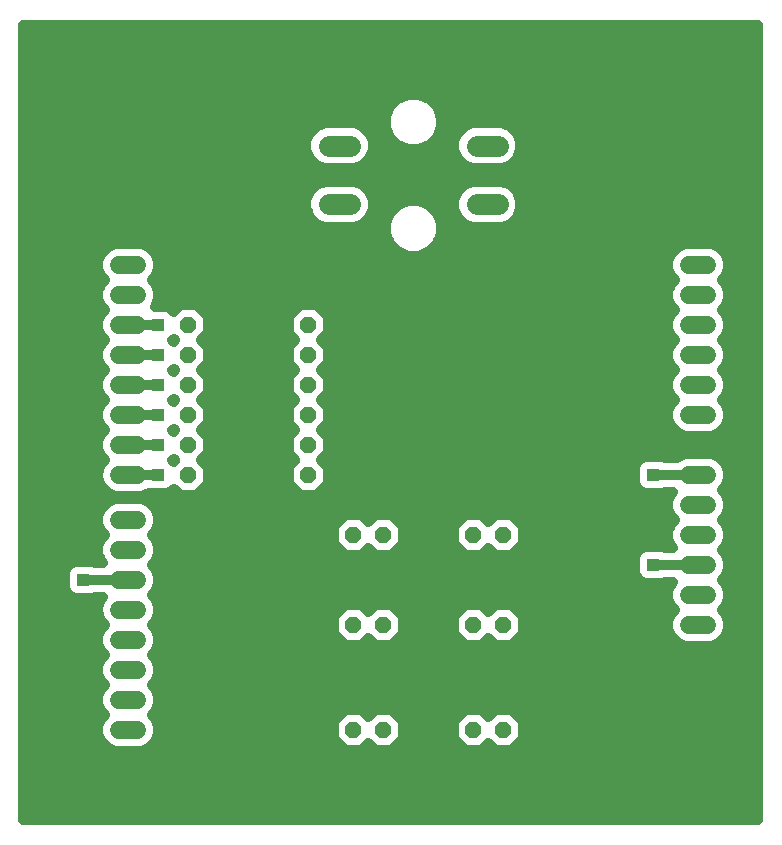
<source format=gtl>
G75*
%MOIN*%
%OFA0B0*%
%FSLAX25Y25*%
%IPPOS*%
%LPD*%
%AMOC8*
5,1,8,0,0,1.08239X$1,22.5*
%
%ADD10OC8,0.05200*%
%ADD11C,0.07050*%
%ADD12C,0.06000*%
%ADD13C,0.03200*%
%ADD14R,0.03962X0.03962*%
D10*
X0131000Y0116000D03*
X0141000Y0116000D03*
X0171000Y0116000D03*
X0181000Y0116000D03*
X0181000Y0151000D03*
X0171000Y0151000D03*
X0141000Y0151000D03*
X0131000Y0151000D03*
X0131000Y0181000D03*
X0141000Y0181000D03*
X0171000Y0181000D03*
X0181000Y0181000D03*
X0116000Y0201000D03*
X0116000Y0211000D03*
X0116000Y0221000D03*
X0116000Y0231000D03*
X0116000Y0241000D03*
X0116000Y0251000D03*
X0076000Y0251000D03*
X0076000Y0241000D03*
X0076000Y0231000D03*
X0076000Y0221000D03*
X0076000Y0211000D03*
X0076000Y0201000D03*
D11*
X0122875Y0291200D02*
X0129925Y0291200D01*
X0129925Y0310800D02*
X0122875Y0310800D01*
X0172075Y0310800D02*
X0179125Y0310800D01*
X0179125Y0291200D02*
X0172075Y0291200D01*
D12*
X0243000Y0271000D02*
X0249000Y0271000D01*
X0249000Y0261000D02*
X0243000Y0261000D01*
X0243000Y0251000D02*
X0249000Y0251000D01*
X0249000Y0241000D02*
X0243000Y0241000D01*
X0243000Y0231000D02*
X0249000Y0231000D01*
X0249000Y0221000D02*
X0243000Y0221000D01*
X0243000Y0201000D02*
X0249000Y0201000D01*
X0249000Y0191000D02*
X0243000Y0191000D01*
X0243000Y0181000D02*
X0249000Y0181000D01*
X0249000Y0171000D02*
X0243000Y0171000D01*
X0243000Y0161000D02*
X0249000Y0161000D01*
X0249000Y0151000D02*
X0243000Y0151000D01*
X0059000Y0146000D02*
X0053000Y0146000D01*
X0053000Y0136000D02*
X0059000Y0136000D01*
X0059000Y0126000D02*
X0053000Y0126000D01*
X0053000Y0116000D02*
X0059000Y0116000D01*
X0059000Y0156000D02*
X0053000Y0156000D01*
X0053000Y0166000D02*
X0059000Y0166000D01*
X0059000Y0176000D02*
X0053000Y0176000D01*
X0053000Y0186000D02*
X0059000Y0186000D01*
X0059000Y0201000D02*
X0053000Y0201000D01*
X0053000Y0211000D02*
X0059000Y0211000D01*
X0059000Y0221000D02*
X0053000Y0221000D01*
X0053000Y0231000D02*
X0059000Y0231000D01*
X0059000Y0241000D02*
X0053000Y0241000D01*
X0053000Y0251000D02*
X0059000Y0251000D01*
X0059000Y0261000D02*
X0053000Y0261000D01*
X0053000Y0271000D02*
X0059000Y0271000D01*
D13*
X0021000Y0086000D02*
X0266000Y0086000D01*
X0266000Y0351000D01*
X0021000Y0351000D01*
X0021000Y0086000D01*
X0021000Y0087360D02*
X0266000Y0087360D01*
X0266000Y0090558D02*
X0021000Y0090558D01*
X0021000Y0093757D02*
X0266000Y0093757D01*
X0266000Y0096955D02*
X0021000Y0096955D01*
X0021000Y0100154D02*
X0266000Y0100154D01*
X0266000Y0103352D02*
X0021000Y0103352D01*
X0021000Y0106551D02*
X0266000Y0106551D01*
X0266000Y0109749D02*
X0184083Y0109749D01*
X0183734Y0109400D02*
X0187600Y0113266D01*
X0187600Y0118734D01*
X0183734Y0122600D01*
X0178266Y0122600D01*
X0176000Y0120334D01*
X0173734Y0122600D01*
X0168266Y0122600D01*
X0164400Y0118734D01*
X0164400Y0113266D01*
X0168266Y0109400D01*
X0173734Y0109400D01*
X0176000Y0111666D01*
X0178266Y0109400D01*
X0183734Y0109400D01*
X0187282Y0112948D02*
X0266000Y0112948D01*
X0266000Y0116146D02*
X0187600Y0116146D01*
X0186989Y0119345D02*
X0266000Y0119345D01*
X0266000Y0122543D02*
X0183790Y0122543D01*
X0178210Y0122543D02*
X0173790Y0122543D01*
X0168210Y0122543D02*
X0143790Y0122543D01*
X0143734Y0122600D02*
X0138266Y0122600D01*
X0136000Y0120334D01*
X0133734Y0122600D01*
X0128266Y0122600D01*
X0124400Y0118734D01*
X0124400Y0113266D01*
X0128266Y0109400D01*
X0133734Y0109400D01*
X0136000Y0111666D01*
X0138266Y0109400D01*
X0143734Y0109400D01*
X0147600Y0113266D01*
X0147600Y0118734D01*
X0143734Y0122600D01*
X0146989Y0119345D02*
X0165011Y0119345D01*
X0164400Y0116146D02*
X0147600Y0116146D01*
X0147282Y0112948D02*
X0164718Y0112948D01*
X0167917Y0109749D02*
X0144083Y0109749D01*
X0137917Y0109749D02*
X0134083Y0109749D01*
X0127917Y0109749D02*
X0062202Y0109749D01*
X0062965Y0110066D02*
X0064934Y0112035D01*
X0066000Y0114608D01*
X0066000Y0117392D01*
X0064934Y0119965D01*
X0063899Y0121000D01*
X0064934Y0122035D01*
X0066000Y0124608D01*
X0066000Y0127392D01*
X0064934Y0129965D01*
X0063899Y0131000D01*
X0064934Y0132035D01*
X0066000Y0134608D01*
X0066000Y0137392D01*
X0064934Y0139965D01*
X0063899Y0141000D01*
X0064934Y0142035D01*
X0066000Y0144608D01*
X0066000Y0147392D01*
X0064934Y0149965D01*
X0063899Y0151000D01*
X0064934Y0152035D01*
X0066000Y0154608D01*
X0066000Y0157392D01*
X0064934Y0159965D01*
X0063899Y0161000D01*
X0064934Y0162035D01*
X0066000Y0164608D01*
X0066000Y0167392D01*
X0064934Y0169965D01*
X0063899Y0171000D01*
X0064934Y0172035D01*
X0066000Y0174608D01*
X0066000Y0177392D01*
X0064934Y0179965D01*
X0063899Y0181000D01*
X0064934Y0182035D01*
X0066000Y0184608D01*
X0066000Y0187392D01*
X0064934Y0189965D01*
X0062965Y0191934D01*
X0060392Y0193000D01*
X0051608Y0193000D01*
X0049035Y0191934D01*
X0047066Y0189965D01*
X0046000Y0187392D01*
X0046000Y0184608D01*
X0047066Y0182035D01*
X0048101Y0181000D01*
X0047066Y0179965D01*
X0046000Y0177392D01*
X0046000Y0174608D01*
X0047066Y0172035D01*
X0047501Y0171600D01*
X0044697Y0171600D01*
X0043777Y0171981D01*
X0038223Y0171981D01*
X0036753Y0171372D01*
X0035628Y0170247D01*
X0035019Y0168777D01*
X0035019Y0163223D01*
X0035628Y0161753D01*
X0036753Y0160628D01*
X0038223Y0160019D01*
X0043777Y0160019D01*
X0044697Y0160400D01*
X0047501Y0160400D01*
X0047066Y0159965D01*
X0046000Y0157392D01*
X0046000Y0154608D01*
X0047066Y0152035D01*
X0048101Y0151000D01*
X0047066Y0149965D01*
X0046000Y0147392D01*
X0046000Y0144608D01*
X0047066Y0142035D01*
X0048101Y0141000D01*
X0047066Y0139965D01*
X0046000Y0137392D01*
X0046000Y0134608D01*
X0047066Y0132035D01*
X0048101Y0131000D01*
X0047066Y0129965D01*
X0046000Y0127392D01*
X0046000Y0124608D01*
X0047066Y0122035D01*
X0048101Y0121000D01*
X0047066Y0119965D01*
X0046000Y0117392D01*
X0046000Y0114608D01*
X0047066Y0112035D01*
X0049035Y0110066D01*
X0051608Y0109000D01*
X0060392Y0109000D01*
X0062965Y0110066D01*
X0065312Y0112948D02*
X0124718Y0112948D01*
X0124400Y0116146D02*
X0066000Y0116146D01*
X0065191Y0119345D02*
X0125011Y0119345D01*
X0128210Y0122543D02*
X0065145Y0122543D01*
X0066000Y0125742D02*
X0266000Y0125742D01*
X0266000Y0128940D02*
X0065359Y0128940D01*
X0064977Y0132139D02*
X0266000Y0132139D01*
X0266000Y0135337D02*
X0066000Y0135337D01*
X0065526Y0138536D02*
X0266000Y0138536D01*
X0266000Y0141734D02*
X0064634Y0141734D01*
X0066000Y0144933D02*
X0127733Y0144933D01*
X0128266Y0144400D02*
X0133734Y0144400D01*
X0136000Y0146666D01*
X0138266Y0144400D01*
X0143734Y0144400D01*
X0147600Y0148266D01*
X0147600Y0153734D01*
X0143734Y0157600D01*
X0138266Y0157600D01*
X0136000Y0155334D01*
X0133734Y0157600D01*
X0128266Y0157600D01*
X0124400Y0153734D01*
X0124400Y0148266D01*
X0128266Y0144400D01*
X0124535Y0148132D02*
X0065694Y0148132D01*
X0064230Y0151330D02*
X0124400Y0151330D01*
X0125195Y0154529D02*
X0065967Y0154529D01*
X0065861Y0157727D02*
X0236779Y0157727D01*
X0237066Y0157035D02*
X0238101Y0156000D01*
X0237066Y0154965D01*
X0236000Y0152392D01*
X0236000Y0149608D01*
X0237066Y0147035D01*
X0239035Y0145066D01*
X0241608Y0144000D01*
X0250392Y0144000D01*
X0252965Y0145066D01*
X0254934Y0147035D01*
X0256000Y0149608D01*
X0256000Y0152392D01*
X0254934Y0154965D01*
X0253899Y0156000D01*
X0254934Y0157035D01*
X0256000Y0159608D01*
X0256000Y0162392D01*
X0254934Y0164965D01*
X0253899Y0166000D01*
X0254934Y0167035D01*
X0256000Y0169608D01*
X0256000Y0172392D01*
X0254934Y0174965D01*
X0253899Y0176000D01*
X0254934Y0177035D01*
X0256000Y0179608D01*
X0256000Y0182392D01*
X0254934Y0184965D01*
X0253899Y0186000D01*
X0254934Y0187035D01*
X0256000Y0189608D01*
X0256000Y0192392D01*
X0254934Y0194965D01*
X0253899Y0196000D01*
X0254934Y0197035D01*
X0256000Y0199608D01*
X0256000Y0202392D01*
X0254934Y0204965D01*
X0252965Y0206934D01*
X0250392Y0208000D01*
X0241608Y0208000D01*
X0239035Y0206934D01*
X0238701Y0206600D01*
X0234697Y0206600D01*
X0233777Y0206981D01*
X0228223Y0206981D01*
X0226753Y0206372D01*
X0225628Y0205247D01*
X0225019Y0203777D01*
X0225019Y0198223D01*
X0225628Y0196753D01*
X0226753Y0195628D01*
X0228223Y0195019D01*
X0233777Y0195019D01*
X0234697Y0195400D01*
X0237501Y0195400D01*
X0237066Y0194965D01*
X0236000Y0192392D01*
X0236000Y0189608D01*
X0237066Y0187035D01*
X0238101Y0186000D01*
X0237066Y0184965D01*
X0236000Y0182392D01*
X0236000Y0179608D01*
X0237066Y0177035D01*
X0237501Y0176600D01*
X0234697Y0176600D01*
X0233777Y0176981D01*
X0228223Y0176981D01*
X0226753Y0176372D01*
X0225628Y0175247D01*
X0225019Y0173777D01*
X0225019Y0168223D01*
X0225628Y0166753D01*
X0226753Y0165628D01*
X0228223Y0165019D01*
X0233777Y0165019D01*
X0234697Y0165400D01*
X0237501Y0165400D01*
X0237066Y0164965D01*
X0236000Y0162392D01*
X0236000Y0159608D01*
X0237066Y0157035D01*
X0236885Y0154529D02*
X0186805Y0154529D01*
X0187600Y0153734D02*
X0183734Y0157600D01*
X0178266Y0157600D01*
X0176000Y0155334D01*
X0173734Y0157600D01*
X0168266Y0157600D01*
X0164400Y0153734D01*
X0164400Y0148266D01*
X0168266Y0144400D01*
X0173734Y0144400D01*
X0176000Y0146666D01*
X0178266Y0144400D01*
X0183734Y0144400D01*
X0187600Y0148266D01*
X0187600Y0153734D01*
X0187600Y0151330D02*
X0236000Y0151330D01*
X0236611Y0148132D02*
X0187465Y0148132D01*
X0184267Y0144933D02*
X0239355Y0144933D01*
X0252645Y0144933D02*
X0266000Y0144933D01*
X0266000Y0148132D02*
X0255389Y0148132D01*
X0256000Y0151330D02*
X0266000Y0151330D01*
X0266000Y0154529D02*
X0255115Y0154529D01*
X0255221Y0157727D02*
X0266000Y0157727D01*
X0266000Y0160926D02*
X0256000Y0160926D01*
X0255283Y0164124D02*
X0266000Y0164124D01*
X0266000Y0167323D02*
X0255053Y0167323D01*
X0256000Y0170521D02*
X0266000Y0170521D01*
X0266000Y0173720D02*
X0255450Y0173720D01*
X0254818Y0176918D02*
X0266000Y0176918D01*
X0266000Y0180117D02*
X0256000Y0180117D01*
X0255618Y0183315D02*
X0266000Y0183315D01*
X0266000Y0186514D02*
X0254413Y0186514D01*
X0256000Y0189712D02*
X0266000Y0189712D01*
X0266000Y0192911D02*
X0255785Y0192911D01*
X0254009Y0196109D02*
X0266000Y0196109D01*
X0266000Y0199308D02*
X0255876Y0199308D01*
X0255953Y0202506D02*
X0266000Y0202506D01*
X0266000Y0205705D02*
X0254195Y0205705D01*
X0266000Y0208903D02*
X0122600Y0208903D01*
X0122600Y0208266D02*
X0122600Y0213734D01*
X0120334Y0216000D01*
X0122600Y0218266D01*
X0122600Y0223734D01*
X0120334Y0226000D01*
X0122600Y0228266D01*
X0122600Y0233734D01*
X0120334Y0236000D01*
X0122600Y0238266D01*
X0122600Y0243734D01*
X0120334Y0246000D01*
X0122600Y0248266D01*
X0122600Y0253734D01*
X0118734Y0257600D01*
X0113266Y0257600D01*
X0109400Y0253734D01*
X0109400Y0248266D01*
X0111666Y0246000D01*
X0109400Y0243734D01*
X0109400Y0238266D01*
X0111666Y0236000D01*
X0109400Y0233734D01*
X0109400Y0228266D01*
X0111666Y0226000D01*
X0109400Y0223734D01*
X0109400Y0218266D01*
X0111666Y0216000D01*
X0109400Y0213734D01*
X0109400Y0208266D01*
X0111666Y0206000D01*
X0109400Y0203734D01*
X0109400Y0198266D01*
X0113266Y0194400D01*
X0118734Y0194400D01*
X0122600Y0198266D01*
X0122600Y0203734D01*
X0120334Y0206000D01*
X0122600Y0208266D01*
X0120629Y0205705D02*
X0226086Y0205705D01*
X0225019Y0202506D02*
X0122600Y0202506D01*
X0122600Y0199308D02*
X0225019Y0199308D01*
X0226272Y0196109D02*
X0120443Y0196109D01*
X0111557Y0196109D02*
X0080443Y0196109D01*
X0078734Y0194400D02*
X0082600Y0198266D01*
X0082600Y0203734D01*
X0080334Y0206000D01*
X0082600Y0208266D01*
X0082600Y0213734D01*
X0080334Y0216000D01*
X0082600Y0218266D01*
X0082600Y0223734D01*
X0080334Y0226000D01*
X0082600Y0228266D01*
X0082600Y0233734D01*
X0080334Y0236000D01*
X0082600Y0238266D01*
X0082600Y0243734D01*
X0080334Y0246000D01*
X0082600Y0248266D01*
X0082600Y0253734D01*
X0078734Y0257600D01*
X0073266Y0257600D01*
X0071143Y0255476D01*
X0070247Y0256372D01*
X0068777Y0256981D01*
X0064881Y0256981D01*
X0064934Y0257035D01*
X0066000Y0259608D01*
X0066000Y0262392D01*
X0064934Y0264965D01*
X0063899Y0266000D01*
X0064934Y0267035D01*
X0066000Y0269608D01*
X0066000Y0272392D01*
X0064934Y0274965D01*
X0062965Y0276934D01*
X0060392Y0278000D01*
X0051608Y0278000D01*
X0049035Y0276934D01*
X0047066Y0274965D01*
X0046000Y0272392D01*
X0046000Y0269608D01*
X0047066Y0267035D01*
X0048101Y0266000D01*
X0047066Y0264965D01*
X0046000Y0262392D01*
X0046000Y0259608D01*
X0047066Y0257035D01*
X0048101Y0256000D01*
X0047066Y0254965D01*
X0046000Y0252392D01*
X0046000Y0249608D01*
X0047066Y0247035D01*
X0048101Y0246000D01*
X0047066Y0244965D01*
X0046000Y0242392D01*
X0046000Y0239608D01*
X0047066Y0237035D01*
X0048101Y0236000D01*
X0047066Y0234965D01*
X0046000Y0232392D01*
X0046000Y0229608D01*
X0047066Y0227035D01*
X0048101Y0226000D01*
X0047066Y0224965D01*
X0046000Y0222392D01*
X0046000Y0219608D01*
X0047066Y0217035D01*
X0048101Y0216000D01*
X0047066Y0214965D01*
X0046000Y0212392D01*
X0046000Y0209608D01*
X0047066Y0207035D01*
X0048101Y0206000D01*
X0047066Y0204965D01*
X0046000Y0202392D01*
X0046000Y0199608D01*
X0047066Y0197035D01*
X0049035Y0195066D01*
X0051608Y0194000D01*
X0060392Y0194000D01*
X0062965Y0195066D01*
X0063008Y0195108D01*
X0063223Y0195019D01*
X0068777Y0195019D01*
X0070247Y0195628D01*
X0071143Y0196524D01*
X0073266Y0194400D01*
X0078734Y0194400D01*
X0082600Y0199308D02*
X0109400Y0199308D01*
X0109400Y0202506D02*
X0082600Y0202506D01*
X0080629Y0205705D02*
X0111371Y0205705D01*
X0109400Y0208903D02*
X0082600Y0208903D01*
X0082600Y0212102D02*
X0109400Y0212102D01*
X0110966Y0215300D02*
X0081034Y0215300D01*
X0082600Y0218499D02*
X0109400Y0218499D01*
X0109400Y0221697D02*
X0082600Y0221697D01*
X0081438Y0224896D02*
X0110562Y0224896D01*
X0109572Y0228094D02*
X0082428Y0228094D01*
X0082600Y0231293D02*
X0109400Y0231293D01*
X0110158Y0234491D02*
X0081842Y0234491D01*
X0082024Y0237690D02*
X0109976Y0237690D01*
X0109400Y0240888D02*
X0082600Y0240888D01*
X0082247Y0244087D02*
X0109753Y0244087D01*
X0110381Y0247285D02*
X0081619Y0247285D01*
X0082600Y0250484D02*
X0109400Y0250484D01*
X0109400Y0253682D02*
X0082600Y0253682D01*
X0079453Y0256881D02*
X0112547Y0256881D01*
X0119453Y0256881D02*
X0237220Y0256881D01*
X0237066Y0257035D02*
X0238101Y0256000D01*
X0237066Y0254965D01*
X0236000Y0252392D01*
X0236000Y0249608D01*
X0237066Y0247035D01*
X0238101Y0246000D01*
X0237066Y0244965D01*
X0236000Y0242392D01*
X0236000Y0239608D01*
X0237066Y0237035D01*
X0238101Y0236000D01*
X0237066Y0234965D01*
X0236000Y0232392D01*
X0236000Y0229608D01*
X0237066Y0227035D01*
X0238101Y0226000D01*
X0237066Y0224965D01*
X0236000Y0222392D01*
X0236000Y0219608D01*
X0237066Y0217035D01*
X0239035Y0215066D01*
X0241608Y0214000D01*
X0250392Y0214000D01*
X0252965Y0215066D01*
X0254934Y0217035D01*
X0256000Y0219608D01*
X0256000Y0222392D01*
X0254934Y0224965D01*
X0253899Y0226000D01*
X0254934Y0227035D01*
X0256000Y0229608D01*
X0256000Y0232392D01*
X0254934Y0234965D01*
X0253899Y0236000D01*
X0254934Y0237035D01*
X0256000Y0239608D01*
X0256000Y0242392D01*
X0254934Y0244965D01*
X0253899Y0246000D01*
X0254934Y0247035D01*
X0256000Y0249608D01*
X0256000Y0252392D01*
X0254934Y0254965D01*
X0253899Y0256000D01*
X0254934Y0257035D01*
X0256000Y0259608D01*
X0256000Y0262392D01*
X0254934Y0264965D01*
X0253899Y0266000D01*
X0254934Y0267035D01*
X0256000Y0269608D01*
X0256000Y0272392D01*
X0254934Y0274965D01*
X0252965Y0276934D01*
X0250392Y0278000D01*
X0241608Y0278000D01*
X0239035Y0276934D01*
X0237066Y0274965D01*
X0236000Y0272392D01*
X0236000Y0269608D01*
X0237066Y0267035D01*
X0238101Y0266000D01*
X0237066Y0264965D01*
X0236000Y0262392D01*
X0236000Y0259608D01*
X0237066Y0257035D01*
X0236000Y0260079D02*
X0066000Y0260079D01*
X0065633Y0263278D02*
X0236367Y0263278D01*
X0237624Y0266476D02*
X0064376Y0266476D01*
X0066000Y0269675D02*
X0236000Y0269675D01*
X0236199Y0272873D02*
X0065801Y0272873D01*
X0063827Y0276072D02*
X0145288Y0276072D01*
X0145817Y0275543D02*
X0143243Y0278117D01*
X0141850Y0281480D01*
X0141850Y0285120D01*
X0143243Y0288483D01*
X0145817Y0291057D01*
X0149180Y0292450D01*
X0152820Y0292450D01*
X0156183Y0291057D01*
X0158757Y0288483D01*
X0160150Y0285120D01*
X0160150Y0281480D01*
X0158757Y0278117D01*
X0156183Y0275543D01*
X0152820Y0274150D01*
X0149180Y0274150D01*
X0145817Y0275543D01*
X0142765Y0279270D02*
X0021000Y0279270D01*
X0021000Y0276072D02*
X0048172Y0276072D01*
X0046199Y0272873D02*
X0021000Y0272873D01*
X0021000Y0269675D02*
X0046000Y0269675D01*
X0047624Y0266476D02*
X0021000Y0266476D01*
X0021000Y0263278D02*
X0046367Y0263278D01*
X0046000Y0260079D02*
X0021000Y0260079D01*
X0021000Y0256881D02*
X0047220Y0256881D01*
X0046534Y0253682D02*
X0021000Y0253682D01*
X0021000Y0250484D02*
X0046000Y0250484D01*
X0046962Y0247285D02*
X0021000Y0247285D01*
X0021000Y0244087D02*
X0046702Y0244087D01*
X0046000Y0240888D02*
X0021000Y0240888D01*
X0021000Y0237690D02*
X0046794Y0237690D01*
X0046869Y0234491D02*
X0021000Y0234491D01*
X0021000Y0231293D02*
X0046000Y0231293D01*
X0046627Y0228094D02*
X0021000Y0228094D01*
X0021000Y0224896D02*
X0047037Y0224896D01*
X0046000Y0221697D02*
X0021000Y0221697D01*
X0021000Y0218499D02*
X0046459Y0218499D01*
X0047401Y0215300D02*
X0021000Y0215300D01*
X0021000Y0212102D02*
X0046000Y0212102D01*
X0046292Y0208903D02*
X0021000Y0208903D01*
X0021000Y0205705D02*
X0047805Y0205705D01*
X0046047Y0202506D02*
X0021000Y0202506D01*
X0021000Y0199308D02*
X0046124Y0199308D01*
X0047991Y0196109D02*
X0021000Y0196109D01*
X0021000Y0192911D02*
X0051392Y0192911D01*
X0046961Y0189712D02*
X0021000Y0189712D01*
X0021000Y0186514D02*
X0046000Y0186514D01*
X0046535Y0183315D02*
X0021000Y0183315D01*
X0021000Y0180117D02*
X0047217Y0180117D01*
X0046000Y0176918D02*
X0021000Y0176918D01*
X0021000Y0173720D02*
X0046368Y0173720D01*
X0041000Y0166000D02*
X0055000Y0166000D01*
X0063974Y0160926D02*
X0236000Y0160926D01*
X0236717Y0164124D02*
X0065800Y0164124D01*
X0066000Y0167323D02*
X0225392Y0167323D01*
X0225019Y0170521D02*
X0064378Y0170521D01*
X0065632Y0173720D02*
X0225019Y0173720D01*
X0228071Y0176918D02*
X0186252Y0176918D01*
X0187600Y0178266D02*
X0183734Y0174400D01*
X0178266Y0174400D01*
X0176000Y0176666D01*
X0173734Y0174400D01*
X0168266Y0174400D01*
X0164400Y0178266D01*
X0164400Y0183734D01*
X0168266Y0187600D01*
X0173734Y0187600D01*
X0176000Y0185334D01*
X0178266Y0187600D01*
X0183734Y0187600D01*
X0187600Y0183734D01*
X0187600Y0178266D01*
X0187600Y0180117D02*
X0236000Y0180117D01*
X0236382Y0183315D02*
X0187600Y0183315D01*
X0184820Y0186514D02*
X0237587Y0186514D01*
X0236000Y0189712D02*
X0065039Y0189712D01*
X0066000Y0186514D02*
X0127180Y0186514D01*
X0128266Y0187600D02*
X0124400Y0183734D01*
X0124400Y0178266D01*
X0128266Y0174400D01*
X0133734Y0174400D01*
X0136000Y0176666D01*
X0138266Y0174400D01*
X0143734Y0174400D01*
X0147600Y0178266D01*
X0147600Y0183734D01*
X0143734Y0187600D01*
X0138266Y0187600D01*
X0136000Y0185334D01*
X0133734Y0187600D01*
X0128266Y0187600D01*
X0124400Y0183315D02*
X0065465Y0183315D01*
X0064783Y0180117D02*
X0124400Y0180117D01*
X0125748Y0176918D02*
X0066000Y0176918D01*
X0060608Y0192911D02*
X0236215Y0192911D01*
X0236000Y0201000D02*
X0231000Y0201000D01*
X0236000Y0201000D02*
X0241000Y0201000D01*
X0238800Y0215300D02*
X0121034Y0215300D01*
X0122600Y0212102D02*
X0266000Y0212102D01*
X0266000Y0215300D02*
X0253200Y0215300D01*
X0255541Y0218499D02*
X0266000Y0218499D01*
X0266000Y0221697D02*
X0256000Y0221697D01*
X0254963Y0224896D02*
X0266000Y0224896D01*
X0266000Y0228094D02*
X0255373Y0228094D01*
X0256000Y0231293D02*
X0266000Y0231293D01*
X0266000Y0234491D02*
X0255131Y0234491D01*
X0255206Y0237690D02*
X0266000Y0237690D01*
X0266000Y0240888D02*
X0256000Y0240888D01*
X0255298Y0244087D02*
X0266000Y0244087D01*
X0266000Y0247285D02*
X0255038Y0247285D01*
X0256000Y0250484D02*
X0266000Y0250484D01*
X0266000Y0253682D02*
X0255466Y0253682D01*
X0254780Y0256881D02*
X0266000Y0256881D01*
X0266000Y0260079D02*
X0256000Y0260079D01*
X0255633Y0263278D02*
X0266000Y0263278D01*
X0266000Y0266476D02*
X0254376Y0266476D01*
X0256000Y0269675D02*
X0266000Y0269675D01*
X0266000Y0272873D02*
X0255801Y0272873D01*
X0253827Y0276072D02*
X0266000Y0276072D01*
X0266000Y0279270D02*
X0159235Y0279270D01*
X0160150Y0282469D02*
X0266000Y0282469D01*
X0266000Y0285668D02*
X0184234Y0285668D01*
X0183388Y0284821D02*
X0185504Y0286937D01*
X0186650Y0289703D01*
X0186650Y0292697D01*
X0185504Y0295463D01*
X0183388Y0297579D01*
X0180622Y0298725D01*
X0170578Y0298725D01*
X0167812Y0297579D01*
X0165696Y0295463D01*
X0164550Y0292697D01*
X0164550Y0289703D01*
X0165696Y0286937D01*
X0167812Y0284821D01*
X0170578Y0283675D01*
X0180622Y0283675D01*
X0183388Y0284821D01*
X0186303Y0288866D02*
X0266000Y0288866D01*
X0266000Y0292065D02*
X0186650Y0292065D01*
X0185587Y0295263D02*
X0266000Y0295263D01*
X0266000Y0298462D02*
X0181258Y0298462D01*
X0180622Y0303275D02*
X0183388Y0304421D01*
X0185504Y0306537D01*
X0186650Y0309303D01*
X0186650Y0312297D01*
X0185504Y0315063D01*
X0183388Y0317179D01*
X0180622Y0318325D01*
X0170578Y0318325D01*
X0167812Y0317179D01*
X0165696Y0315063D01*
X0164550Y0312297D01*
X0164550Y0309303D01*
X0165696Y0306537D01*
X0167812Y0304421D01*
X0170578Y0303275D01*
X0180622Y0303275D01*
X0183826Y0304859D02*
X0266000Y0304859D01*
X0266000Y0308057D02*
X0186134Y0308057D01*
X0186650Y0311256D02*
X0266000Y0311256D01*
X0266000Y0314454D02*
X0185756Y0314454D01*
X0182245Y0317653D02*
X0266000Y0317653D01*
X0266000Y0320851D02*
X0160013Y0320851D01*
X0160150Y0320520D02*
X0158757Y0323883D01*
X0156183Y0326457D01*
X0152820Y0327850D01*
X0149180Y0327850D01*
X0145817Y0326457D01*
X0143243Y0323883D01*
X0141850Y0320520D01*
X0141850Y0316880D01*
X0143243Y0313517D01*
X0145817Y0310943D01*
X0149180Y0309550D01*
X0152820Y0309550D01*
X0156183Y0310943D01*
X0158757Y0313517D01*
X0160150Y0316880D01*
X0160150Y0320520D01*
X0160150Y0317653D02*
X0168955Y0317653D01*
X0165444Y0314454D02*
X0159145Y0314454D01*
X0156496Y0311256D02*
X0164550Y0311256D01*
X0165066Y0308057D02*
X0136934Y0308057D01*
X0137450Y0309303D02*
X0136304Y0306537D01*
X0134188Y0304421D01*
X0131422Y0303275D01*
X0121378Y0303275D01*
X0118612Y0304421D01*
X0116496Y0306537D01*
X0115350Y0309303D01*
X0115350Y0312297D01*
X0116496Y0315063D01*
X0118612Y0317179D01*
X0121378Y0318325D01*
X0131422Y0318325D01*
X0134188Y0317179D01*
X0136304Y0315063D01*
X0137450Y0312297D01*
X0137450Y0309303D01*
X0137450Y0311256D02*
X0145504Y0311256D01*
X0142855Y0314454D02*
X0136556Y0314454D01*
X0133045Y0317653D02*
X0141850Y0317653D01*
X0141987Y0320851D02*
X0021000Y0320851D01*
X0021000Y0317653D02*
X0119755Y0317653D01*
X0116244Y0314454D02*
X0021000Y0314454D01*
X0021000Y0311256D02*
X0115350Y0311256D01*
X0115866Y0308057D02*
X0021000Y0308057D01*
X0021000Y0304859D02*
X0118174Y0304859D01*
X0120742Y0298462D02*
X0021000Y0298462D01*
X0021000Y0301660D02*
X0266000Y0301660D01*
X0266000Y0324050D02*
X0158590Y0324050D01*
X0154273Y0327248D02*
X0266000Y0327248D01*
X0266000Y0330447D02*
X0021000Y0330447D01*
X0021000Y0333645D02*
X0266000Y0333645D01*
X0266000Y0336844D02*
X0021000Y0336844D01*
X0021000Y0340042D02*
X0266000Y0340042D01*
X0266000Y0343241D02*
X0021000Y0343241D01*
X0021000Y0346439D02*
X0266000Y0346439D01*
X0266000Y0349638D02*
X0021000Y0349638D01*
X0021000Y0327248D02*
X0147727Y0327248D01*
X0143410Y0324050D02*
X0021000Y0324050D01*
X0021000Y0295263D02*
X0116413Y0295263D01*
X0116496Y0295463D02*
X0115350Y0292697D01*
X0115350Y0289703D01*
X0116496Y0286937D01*
X0118612Y0284821D01*
X0121378Y0283675D01*
X0131422Y0283675D01*
X0134188Y0284821D01*
X0136304Y0286937D01*
X0137450Y0289703D01*
X0137450Y0292697D01*
X0136304Y0295463D01*
X0134188Y0297579D01*
X0131422Y0298725D01*
X0121378Y0298725D01*
X0118612Y0297579D01*
X0116496Y0295463D01*
X0115350Y0292065D02*
X0021000Y0292065D01*
X0021000Y0288866D02*
X0115697Y0288866D01*
X0117766Y0285668D02*
X0021000Y0285668D01*
X0021000Y0282469D02*
X0141850Y0282469D01*
X0142077Y0285668D02*
X0135034Y0285668D01*
X0137103Y0288866D02*
X0143626Y0288866D01*
X0148249Y0292065D02*
X0137450Y0292065D01*
X0136387Y0295263D02*
X0165613Y0295263D01*
X0164550Y0292065D02*
X0153751Y0292065D01*
X0158374Y0288866D02*
X0164897Y0288866D01*
X0166966Y0285668D02*
X0159923Y0285668D01*
X0156712Y0276072D02*
X0238172Y0276072D01*
X0236534Y0253682D02*
X0122600Y0253682D01*
X0122600Y0250484D02*
X0236000Y0250484D01*
X0236962Y0247285D02*
X0121619Y0247285D01*
X0122247Y0244087D02*
X0236702Y0244087D01*
X0236000Y0240888D02*
X0122600Y0240888D01*
X0122024Y0237690D02*
X0236794Y0237690D01*
X0236869Y0234491D02*
X0121842Y0234491D01*
X0122600Y0231293D02*
X0236000Y0231293D01*
X0236627Y0228094D02*
X0122428Y0228094D01*
X0121438Y0224896D02*
X0237037Y0224896D01*
X0236000Y0221697D02*
X0122600Y0221697D01*
X0122600Y0218499D02*
X0236459Y0218499D01*
X0177180Y0186514D02*
X0174820Y0186514D01*
X0167180Y0186514D02*
X0144820Y0186514D01*
X0147600Y0183315D02*
X0164400Y0183315D01*
X0164400Y0180117D02*
X0147600Y0180117D01*
X0146252Y0176918D02*
X0165748Y0176918D01*
X0165195Y0154529D02*
X0146805Y0154529D01*
X0147600Y0151330D02*
X0164400Y0151330D01*
X0164535Y0148132D02*
X0147465Y0148132D01*
X0144267Y0144933D02*
X0167733Y0144933D01*
X0174267Y0144933D02*
X0177733Y0144933D01*
X0137733Y0144933D02*
X0134267Y0144933D01*
X0133790Y0122543D02*
X0138210Y0122543D01*
X0174083Y0109749D02*
X0177917Y0109749D01*
X0231000Y0171000D02*
X0241000Y0171000D01*
X0237182Y0176918D02*
X0233929Y0176918D01*
X0137180Y0186514D02*
X0134820Y0186514D01*
X0071557Y0196109D02*
X0070728Y0196109D01*
X0066000Y0201000D02*
X0056000Y0201000D01*
X0056000Y0211000D02*
X0066000Y0211000D01*
X0070619Y0206000D02*
X0071143Y0206524D01*
X0071666Y0206000D01*
X0071143Y0205476D01*
X0070619Y0206000D01*
X0070914Y0205705D02*
X0071371Y0205705D01*
X0071143Y0215476D02*
X0070619Y0216000D01*
X0071143Y0216524D01*
X0071666Y0216000D01*
X0071143Y0215476D01*
X0066000Y0221000D02*
X0056000Y0221000D01*
X0056000Y0231000D02*
X0066000Y0231000D01*
X0070619Y0236000D02*
X0071143Y0236524D01*
X0071666Y0236000D01*
X0071143Y0235476D01*
X0070619Y0236000D01*
X0066000Y0241000D02*
X0056000Y0241000D01*
X0056000Y0251000D02*
X0066000Y0251000D01*
X0069019Y0256881D02*
X0072547Y0256881D01*
X0071143Y0246524D02*
X0071666Y0246000D01*
X0071143Y0245476D01*
X0070619Y0246000D01*
X0071143Y0246524D01*
X0071143Y0226524D02*
X0071666Y0226000D01*
X0071143Y0225476D01*
X0070619Y0226000D01*
X0071143Y0226524D01*
X0035902Y0170521D02*
X0021000Y0170521D01*
X0021000Y0167323D02*
X0035019Y0167323D01*
X0035019Y0164124D02*
X0021000Y0164124D01*
X0021000Y0160926D02*
X0036455Y0160926D01*
X0046139Y0157727D02*
X0021000Y0157727D01*
X0021000Y0154529D02*
X0046033Y0154529D01*
X0047770Y0151330D02*
X0021000Y0151330D01*
X0021000Y0148132D02*
X0046306Y0148132D01*
X0046000Y0144933D02*
X0021000Y0144933D01*
X0021000Y0141734D02*
X0047366Y0141734D01*
X0046474Y0138536D02*
X0021000Y0138536D01*
X0021000Y0135337D02*
X0046000Y0135337D01*
X0047023Y0132139D02*
X0021000Y0132139D01*
X0021000Y0128940D02*
X0046641Y0128940D01*
X0046000Y0125742D02*
X0021000Y0125742D01*
X0021000Y0122543D02*
X0046855Y0122543D01*
X0046809Y0119345D02*
X0021000Y0119345D01*
X0021000Y0116146D02*
X0046000Y0116146D01*
X0046687Y0112948D02*
X0021000Y0112948D01*
X0021000Y0109749D02*
X0049798Y0109749D01*
X0132058Y0298462D02*
X0169942Y0298462D01*
X0167374Y0304859D02*
X0134626Y0304859D01*
D14*
X0066000Y0251000D03*
X0066000Y0241000D03*
X0066000Y0231000D03*
X0066000Y0221000D03*
X0066000Y0211000D03*
X0066000Y0201000D03*
X0041000Y0166000D03*
X0231000Y0171000D03*
X0231000Y0171000D03*
X0231000Y0201000D03*
X0231000Y0201000D03*
M02*

</source>
